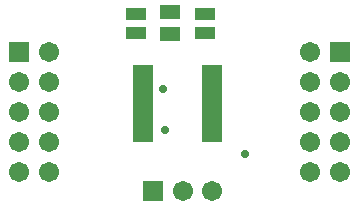
<source format=gts>
G04*
G04 #@! TF.GenerationSoftware,Altium Limited,Altium Designer,24.5.2 (23)*
G04*
G04 Layer_Color=8388736*
%FSLAX44Y44*%
%MOMM*%
G71*
G04*
G04 #@! TF.SameCoordinates,4DB7235B-6A34-4685-BFB2-834AB5D4ADCE*
G04*
G04*
G04 #@! TF.FilePolarity,Negative*
G04*
G01*
G75*
%ADD15R,1.6782X0.6532*%
%ADD16R,1.6510X1.1176*%
%ADD17R,1.6532X1.2032*%
%ADD18R,1.7112X1.7112*%
%ADD19C,1.7112*%
%ADD20R,1.7112X1.7112*%
%ADD21C,0.7032*%
D15*
X984420Y824270D02*
D03*
Y817770D02*
D03*
Y811270D02*
D03*
Y804770D02*
D03*
Y798270D02*
D03*
Y791770D02*
D03*
Y785270D02*
D03*
Y778770D02*
D03*
Y772270D02*
D03*
Y765770D02*
D03*
X925660D02*
D03*
Y772270D02*
D03*
Y778770D02*
D03*
Y785270D02*
D03*
Y791770D02*
D03*
Y798270D02*
D03*
Y804770D02*
D03*
Y811270D02*
D03*
Y817770D02*
D03*
Y824270D02*
D03*
D16*
X920222Y854710D02*
D03*
Y870966D02*
D03*
X978748Y854710D02*
D03*
Y870966D02*
D03*
D17*
X948436Y853338D02*
D03*
Y872338D02*
D03*
D18*
X934638Y720798D02*
D03*
D19*
X959638D02*
D03*
X984638D02*
D03*
X1067113Y736998D02*
D03*
X1092513D02*
D03*
X1067113Y762398D02*
D03*
X1092513D02*
D03*
X1067113Y787798D02*
D03*
X1092513D02*
D03*
X1067113Y813198D02*
D03*
X1092513D02*
D03*
X1067113Y838598D02*
D03*
X846047Y736998D02*
D03*
X820647D02*
D03*
X846047Y762398D02*
D03*
X820647D02*
D03*
X846047Y787798D02*
D03*
X820647D02*
D03*
X846047Y813198D02*
D03*
X820647D02*
D03*
X846047Y838598D02*
D03*
D20*
X1092513D02*
D03*
X820647D02*
D03*
D21*
X944880Y772438D02*
D03*
X1012190Y752358D02*
D03*
X942853Y806933D02*
D03*
M02*

</source>
